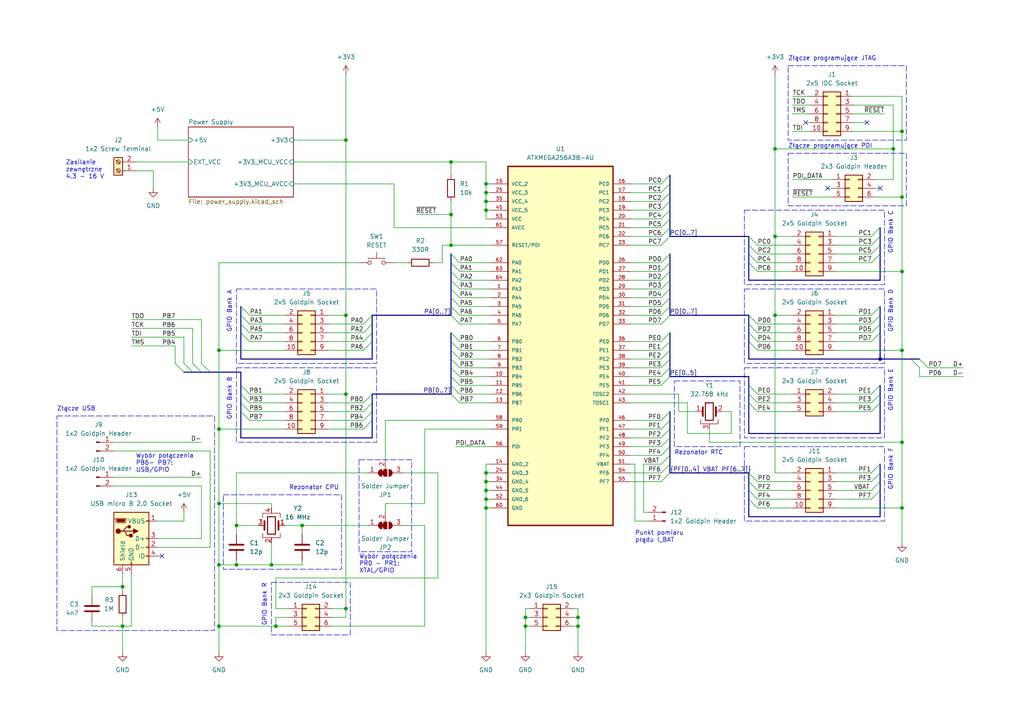
<source format=kicad_sch>
(kicad_sch (version 20230121) (generator eeschema)
  (paper "A4")
  (title_block (title "ATXMEGA256 Miniboard") (date "2025-03-19") (rev "1.0") (company "Koło Naukowe Mikrosystemów ONYKS") (comment 1 "Szymon Bartosik, Mateusz Turycz") (comment 3 "Wszytskie elementy RLC są w obudowach SMD 0603 o ile nie \\n zaznaczono inaczej."))
  (junction (at 167.64 181.61))
  (junction (at 224.79 43.18))
  (junction (at 224.79 91.44))
  (junction (at 140.97 139.7))
  (junction (at 152.4 181.61))
  (junction (at 68.58 152.4))
  (junction (at 78.74 163.83))
  (junction (at 63.5 181.61))
  (junction (at 80.01 181.61))
  (junction (at 261.62 78.74))
  (junction (at 68.58 163.83))
  (junction (at 140.97 53.34))
  (junction (at 259.08 43.18))
  (junction (at 100.33 176.53))
  (junction (at 167.64 179.07))
  (junction (at 63.5 146.05))
  (junction (at 100.33 91.44))
  (junction (at 63.5 101.6))
  (junction (at 140.97 147.32))
  (junction (at 63.5 124.46))
  (junction (at 87.63 152.4))
  (junction (at 130.81 71.12))
  (junction (at 152.4 179.07))
  (junction (at 140.97 144.78))
  (junction (at 100.33 40.64))
  (junction (at 140.97 55.88))
  (junction (at 140.97 60.96))
  (junction (at 140.97 58.42))
  (junction (at 224.79 68.58))
  (junction (at 255.27 104.14))
  (junction (at 261.62 57.15))
  (junction (at 35.56 181.61))
  (junction (at 63.5 163.83))
  (junction (at 35.56 170.18))
  (junction (at 261.62 147.32))
  (junction (at 130.81 46.99))
  (junction (at 140.97 137.16))
  (junction (at 261.62 128.27))
  (junction (at 261.62 101.6))
  (junction (at 261.62 38.1))
  (junction (at 130.81 62.23))
  (junction (at 100.33 114.3))
  (junction (at 140.97 142.24))
  (no_connect (at 46.99 161.29))
  (no_connect (at 233.68 35.56))
  (no_connect (at 251.46 35.56))
  (no_connect (at 255.27 54.61))
  (no_connect (at 240.03 54.61))
  (bus_entry (at 255.27 139.7) (size -2.54 2.54))
  (bus_entry (at 255.27 134.62) (size -2.54 2.54))
  (bus_entry (at 55.88 107.95) (size -2.54 -2.54))
  (bus_entry (at 255.27 111.76) (size -2.54 2.54))
  (bus_entry (at 53.34 107.95) (size -2.54 -2.54))
  (bus_entry (at 194.31 134.62) (size -2.54 2.54))
  (bus_entry (at 217.17 68.58) (size 2.54 2.54))
  (bus_entry (at 69.85 116.84) (size 2.54 2.54))
  (bus_entry (at 107.95 93.98) (size -2.54 2.54))
  (bus_entry (at 217.17 93.98) (size 2.54 2.54))
  (bus_entry (at 130.81 106.68) (size 2.54 2.54))
  (bus_entry (at 194.31 60.96) (size -2.54 2.54))
  (bus_entry (at 194.31 127) (size -2.54 2.54))
  (bus_entry (at 217.17 114.3) (size 2.54 2.54))
  (bus_entry (at 130.81 91.44) (size 2.54 2.54))
  (bus_entry (at 255.27 68.58) (size -2.54 2.54))
  (bus_entry (at 194.31 76.2) (size -2.54 2.54))
  (bus_entry (at 194.31 104.14) (size -2.54 2.54))
  (bus_entry (at 255.27 71.12) (size -2.54 2.54))
  (bus_entry (at 194.31 88.9) (size -2.54 2.54))
  (bus_entry (at 194.31 99.06) (size -2.54 2.54))
  (bus_entry (at 107.95 91.44) (size -2.54 2.54))
  (bus_entry (at 194.31 53.34) (size -2.54 2.54))
  (bus_entry (at 194.31 106.68) (size -2.54 2.54))
  (bus_entry (at 217.17 144.78) (size 2.54 2.54))
  (bus_entry (at 194.31 50.8) (size -2.54 2.54))
  (bus_entry (at 60.96 107.95) (size -2.54 -2.54))
  (bus_entry (at 130.81 101.6) (size 2.54 2.54))
  (bus_entry (at 58.42 107.95) (size -2.54 -2.54))
  (bus_entry (at 130.81 81.28) (size 2.54 2.54))
  (bus_entry (at 194.31 109.22) (size -2.54 2.54))
  (bus_entry (at 194.31 132.08) (size -2.54 2.54))
  (bus_entry (at 194.31 119.38) (size -2.54 2.54))
  (bus_entry (at 194.31 91.44) (size -2.54 2.54))
  (bus_entry (at 69.85 114.3) (size 2.54 2.54))
  (bus_entry (at 217.17 96.52) (size 2.54 2.54))
  (bus_entry (at 69.85 91.44) (size 2.54 2.54))
  (bus_entry (at 217.17 76.2) (size 2.54 2.54))
  (bus_entry (at 217.17 139.7) (size 2.54 2.54))
  (bus_entry (at 130.81 111.76) (size 2.54 2.54))
  (bus_entry (at 217.17 137.16) (size 2.54 2.54))
  (bus_entry (at 69.85 93.98) (size 2.54 2.54))
  (bus_entry (at 194.31 83.82) (size -2.54 2.54))
  (bus_entry (at 130.81 86.36) (size 2.54 2.54))
  (bus_entry (at 69.85 88.9) (size 2.54 2.54))
  (bus_entry (at 194.31 81.28) (size -2.54 2.54))
  (bus_entry (at 255.27 66.04) (size -2.54 2.54))
  (bus_entry (at 107.95 96.52) (size -2.54 2.54))
  (bus_entry (at 217.17 73.66) (size 2.54 2.54))
  (bus_entry (at 69.85 111.76) (size 2.54 2.54))
  (bus_entry (at 194.31 86.36) (size -2.54 2.54))
  (bus_entry (at 217.17 111.76) (size 2.54 2.54))
  (bus_entry (at 69.85 119.38) (size 2.54 2.54))
  (bus_entry (at 255.27 96.52) (size -2.54 2.54))
  (bus_entry (at 130.81 99.06) (size 2.54 2.54))
  (bus_entry (at 107.95 116.84) (size -2.54 2.54))
  (bus_entry (at 217.17 91.44) (size 2.54 2.54))
  (bus_entry (at 255.27 88.9) (size -2.54 2.54))
  (bus_entry (at 266.7 104.14) (size 2.54 2.54))
  (bus_entry (at 194.31 73.66) (size -2.54 2.54))
  (bus_entry (at 194.31 121.92) (size -2.54 2.54))
  (bus_entry (at 130.81 76.2) (size 2.54 2.54))
  (bus_entry (at 130.81 114.3) (size 2.54 2.54))
  (bus_entry (at 255.27 114.3) (size -2.54 2.54))
  (bus_entry (at 217.17 142.24) (size 2.54 2.54))
  (bus_entry (at 194.31 66.04) (size -2.54 2.54))
  (bus_entry (at 107.95 99.06) (size -2.54 2.54))
  (bus_entry (at 255.27 142.24) (size -2.54 2.54))
  (bus_entry (at 194.31 63.5) (size -2.54 2.54))
  (bus_entry (at 194.31 55.88) (size -2.54 2.54))
  (bus_entry (at 264.16 104.14) (size 2.54 2.54))
  (bus_entry (at 194.31 68.58) (size -2.54 2.54))
  (bus_entry (at 255.27 93.98) (size -2.54 2.54))
  (bus_entry (at 130.81 73.66) (size 2.54 2.54))
  (bus_entry (at 217.17 116.84) (size 2.54 2.54))
  (bus_entry (at 130.81 109.22) (size 2.54 2.54))
  (bus_entry (at 130.81 88.9) (size 2.54 2.54))
  (bus_entry (at 69.85 96.52) (size 2.54 2.54))
  (bus_entry (at 194.31 129.54) (size -2.54 2.54))
  (bus_entry (at 194.31 137.16) (size -2.54 2.54))
  (bus_entry (at 194.31 101.6) (size -2.54 2.54))
  (bus_entry (at 130.81 96.52) (size 2.54 2.54))
  (bus_entry (at 255.27 137.16) (size -2.54 2.54))
  (bus_entry (at 255.27 73.66) (size -2.54 2.54))
  (bus_entry (at 107.95 121.92) (size -2.54 2.54))
  (bus_entry (at 217.17 99.06) (size 2.54 2.54))
  (bus_entry (at 194.31 78.74) (size -2.54 2.54))
  (bus_entry (at 194.31 96.52) (size -2.54 2.54))
  (bus_entry (at 255.27 91.44) (size -2.54 2.54))
  (bus_entry (at 130.81 78.74) (size 2.54 2.54))
  (bus_entry (at 255.27 116.84) (size -2.54 2.54))
  (bus_entry (at 217.17 71.12) (size 2.54 2.54))
  (bus_entry (at 107.95 114.3) (size -2.54 2.54))
  (bus_entry (at 194.31 124.46) (size -2.54 2.54))
  (bus_entry (at 194.31 58.42) (size -2.54 2.54))
  (bus_entry (at 130.81 83.82) (size 2.54 2.54))
  (bus_entry (at 130.81 104.14) (size 2.54 2.54))
  (bus_entry (at 107.95 119.38) (size -2.54 2.54))
  (wire (pts (xy 182.88 86.36) (xy 191.77 86.36)))
  (bus (pts (xy 69.85 119.38) (xy 69.85 127)))
  (wire (pts (xy 105.41 93.98) (xy 95.25 93.98)))
  (wire (pts (xy 182.88 53.34) (xy 191.77 53.34)))
  (bus (pts (xy 107.95 116.84) (xy 107.95 114.3)))
  (bus (pts (xy 130.81 83.82) (xy 130.81 86.36)))
  (wire (pts (xy 63.5 101.6) (xy 63.5 124.46)))
  (bus (pts (xy 255.27 93.98) (xy 255.27 96.52)))
  (wire (pts (xy 63.5 124.46) (xy 82.55 124.46)))
  (wire (pts (xy 166.37 176.53) (xy 167.64 176.53)))
  (wire (pts (xy 87.63 152.4) (xy 106.68 152.4)))
  (wire (pts (xy 261.62 57.15) (xy 261.62 78.74)))
  (wire (pts (xy 140.97 142.24) (xy 140.97 139.7)))
  (wire (pts (xy 219.71 142.24) (xy 229.87 142.24)))
  (wire (pts (xy 142.24 134.62) (xy 140.97 134.62)))
  (wire (pts (xy 130.81 50.8) (xy 130.81 46.99)))
  (wire (pts (xy 140.97 53.34) (xy 142.24 53.34)))
  (wire (pts (xy 247.65 35.56) (xy 251.46 35.56)))
  (bus (pts (xy 217.17 73.66) (xy 217.17 71.12)))
  (wire (pts (xy 140.97 55.88) (xy 140.97 53.34)))
  (bus (pts (xy 130.81 104.14) (xy 130.81 106.68)))
  (wire (pts (xy 133.35 116.84) (xy 142.24 116.84)))
  (wire (pts (xy 152.4 176.53) (xy 152.4 179.07)))
  (bus (pts (xy 69.85 88.9) (xy 69.85 91.44)))
  (wire (pts (xy 60.96 130.81) (xy 60.96 158.75)))
  (wire (pts (xy 35.56 170.18) (xy 35.56 171.45)))
  (bus (pts (xy 194.31 121.92) (xy 194.31 124.46)))
  (wire (pts (xy 80.01 181.61) (xy 83.82 181.61)))
  (wire (pts (xy 128.27 76.2) (xy 128.27 71.12)))
  (bus (pts (xy 69.85 127) (xy 107.95 127)))
  (wire (pts (xy 182.88 111.76) (xy 191.77 111.76)))
  (wire (pts (xy 100.33 176.53) (xy 100.33 114.3)))
  (bus (pts (xy 217.17 125.73) (xy 217.17 116.84)))
  (wire (pts (xy 63.5 181.61) (xy 80.01 181.61)))
  (wire (pts (xy 78.74 157.48) (xy 78.74 163.83)))
  (wire (pts (xy 182.88 58.42) (xy 191.77 58.42)))
  (bus (pts (xy 69.85 111.76) (xy 69.85 114.3)))
  (bus (pts (xy 217.17 149.86) (xy 217.17 144.78)))
  (wire (pts (xy 261.62 57.15) (xy 261.62 38.1)))
  (bus (pts (xy 130.81 96.52) (xy 130.81 99.06)))
  (wire (pts (xy 80.01 179.07) (xy 80.01 181.61)))
  (wire (pts (xy 167.64 179.07) (xy 167.64 181.61)))
  (wire (pts (xy 68.58 152.4) (xy 74.93 152.4)))
  (wire (pts (xy 229.87 91.44) (xy 224.79 91.44)))
  (wire (pts (xy 82.55 152.4) (xy 87.63 152.4)))
  (wire (pts (xy 242.57 71.12) (xy 252.73 71.12)))
  (wire (pts (xy 140.97 142.24) (xy 142.24 142.24)))
  (wire (pts (xy 182.88 134.62) (xy 184.15 134.62)))
  (wire (pts (xy 58.42 140.97) (xy 33.02 140.97)))
  (bus (pts (xy 194.31 78.74) (xy 194.31 81.28)))
  (wire (pts (xy 111.76 121.92) (xy 111.76 133.35)))
  (wire (pts (xy 241.3 52.07) (xy 229.87 52.07)))
  (bus (pts (xy 255.27 104.14) (xy 264.16 104.14)))
  (wire (pts (xy 133.35 78.74) (xy 142.24 78.74)))
  (bus (pts (xy 255.27 91.44) (xy 255.27 93.98)))
  (bus (pts (xy 255.27 111.76) (xy 255.27 114.3)))
  (bus (pts (xy 194.31 99.06) (xy 194.31 101.6)))
  (wire (pts (xy 205.74 124.46) (xy 205.74 128.27)))
  (wire (pts (xy 105.41 119.38) (xy 95.25 119.38)))
  (bus (pts (xy 264.16 104.14) (xy 266.7 104.14)))
  (wire (pts (xy 240.03 54.61) (xy 241.3 54.61)))
  (bus (pts (xy 194.31 88.9) (xy 194.31 91.44)))
  (wire (pts (xy 261.62 101.6) (xy 242.57 101.6)))
  (wire (pts (xy 247.65 27.94) (xy 261.62 27.94)))
  (bus (pts (xy 55.88 107.95) (xy 58.42 107.95)))
  (bus (pts (xy 130.81 78.74) (xy 130.81 81.28)))
  (wire (pts (xy 229.87 30.48) (xy 234.95 30.48)))
  (bus (pts (xy 255.27 68.58) (xy 255.27 71.12)))
  (wire (pts (xy 38.1 97.79) (xy 53.34 97.79)))
  (bus (pts (xy 194.31 96.52) (xy 194.31 99.06)))
  (bus (pts (xy 194.31 55.88) (xy 194.31 58.42)))
  (bus (pts (xy 194.31 63.5) (xy 194.31 66.04)))
  (wire (pts (xy 182.88 101.6) (xy 191.77 101.6)))
  (wire (pts (xy 242.57 91.44) (xy 252.73 91.44)))
  (wire (pts (xy 224.79 137.16) (xy 224.79 91.44)))
  (wire (pts (xy 142.24 121.92) (xy 111.76 121.92)))
  (wire (pts (xy 167.64 176.53) (xy 167.64 179.07)))
  (wire (pts (xy 85.09 46.99) (xy 130.81 46.99)))
  (wire (pts (xy 96.52 179.07) (xy 100.33 179.07)))
  (bus (pts (xy 60.96 107.95) (xy 69.85 107.95)))
  (wire (pts (xy 261.62 147.32) (xy 261.62 157.48)))
  (wire (pts (xy 44.45 49.53) (xy 39.37 49.53)))
  (wire (pts (xy 72.39 116.84) (xy 82.55 116.84)))
  (wire (pts (xy 182.88 121.92) (xy 191.77 121.92)))
  (wire (pts (xy 133.35 111.76) (xy 142.24 111.76)))
  (wire (pts (xy 219.71 73.66) (xy 229.87 73.66)))
  (wire (pts (xy 63.5 146.05) (xy 63.5 163.83)))
  (bus (pts (xy 194.31 104.14) (xy 194.31 106.68)))
  (wire (pts (xy 54.61 46.99) (xy 39.37 46.99)))
  (wire (pts (xy 142.24 147.32) (xy 140.97 147.32)))
  (bus (pts (xy 69.85 91.44) (xy 69.85 93.98)))
  (bus (pts (xy 255.27 116.84) (xy 255.27 125.73)))
  (wire (pts (xy 140.97 58.42) (xy 142.24 58.42)))
  (wire (pts (xy 123.19 181.61) (xy 96.52 181.61)))
  (wire (pts (xy 35.56 179.07) (xy 35.56 181.61)))
  (wire (pts (xy 53.34 97.79) (xy 53.34 105.41)))
  (wire (pts (xy 229.87 33.02) (xy 234.95 33.02)))
  (wire (pts (xy 140.97 134.62) (xy 140.97 137.16)))
  (wire (pts (xy 167.64 181.61) (xy 166.37 181.61)))
  (bus (pts (xy 255.27 139.7) (xy 255.27 142.24)))
  (wire (pts (xy 133.35 99.06) (xy 142.24 99.06)))
  (wire (pts (xy 105.41 116.84) (xy 95.25 116.84)))
  (wire (pts (xy 266.7 109.22) (xy 266.7 106.68)))
  (bus (pts (xy 194.31 86.36) (xy 194.31 88.9)))
  (bus (pts (xy 217.17 142.24) (xy 217.17 144.78)))
  (wire (pts (xy 142.24 139.7) (xy 140.97 139.7)))
  (wire (pts (xy 152.4 181.61) (xy 152.4 189.23)))
  (wire (pts (xy 45.72 156.21) (xy 58.42 156.21)))
  (bus (pts (xy 69.85 93.98) (xy 69.85 96.52)))
  (bus (pts (xy 194.31 127) (xy 194.31 129.54)))
  (bus (pts (xy 255.27 81.28) (xy 217.17 81.28)))
  (wire (pts (xy 247.65 33.02) (xy 256.54 33.02)))
  (bus (pts (xy 107.95 91.44) (xy 130.81 91.44)))
  (wire (pts (xy 82.55 93.98) (xy 72.39 93.98)))
  (wire (pts (xy 261.62 78.74) (xy 242.57 78.74)))
  (bus (pts (xy 194.31 60.96) (xy 194.31 63.5)))
  (bus (pts (xy 217.17 137.16) (xy 217.17 139.7)))
  (wire (pts (xy 58.42 92.71) (xy 58.42 105.41)))
  (bus (pts (xy 194.31 50.8) (xy 194.31 53.34)))
  (bus (pts (xy 194.31 134.62) (xy 194.31 137.16)))
  (wire (pts (xy 125.73 76.2) (xy 128.27 76.2)))
  (wire (pts (xy 78.74 146.05) (xy 63.5 146.05)))
  (wire (pts (xy 182.88 129.54) (xy 191.77 129.54)))
  (wire (pts (xy 120.65 62.23) (xy 130.81 62.23)))
  (wire (pts (xy 140.97 139.7) (xy 140.97 137.16)))
  (wire (pts (xy 132.08 129.54) (xy 142.24 129.54)))
  (bus (pts (xy 255.27 134.62) (xy 255.27 137.16)))
  (wire (pts (xy 80.01 176.53) (xy 83.82 176.53)))
  (wire (pts (xy 26.67 180.34) (xy 26.67 181.61)))
  (wire (pts (xy 96.52 176.53) (xy 100.33 176.53)))
  (wire (pts (xy 105.41 96.52) (xy 95.25 96.52)))
  (wire (pts (xy 167.64 181.61) (xy 167.64 189.23)))
  (wire (pts (xy 87.63 154.94) (xy 87.63 152.4)))
  (wire (pts (xy 182.88 124.46) (xy 191.77 124.46)))
  (wire (pts (xy 140.97 55.88) (xy 142.24 55.88)))
  (wire (pts (xy 219.71 78.74) (xy 229.87 78.74)))
  (wire (pts (xy 182.88 88.9) (xy 191.77 88.9)))
  (wire (pts (xy 242.57 116.84) (xy 252.73 116.84)))
  (wire (pts (xy 182.88 71.12) (xy 191.77 71.12)))
  (bus (pts (xy 255.27 149.86) (xy 217.17 149.86)))
  (bus (pts (xy 217.17 109.22) (xy 217.17 111.76)))
  (wire (pts (xy 35.56 166.37) (xy 35.56 170.18)))
  (wire (pts (xy 38.1 92.71) (xy 58.42 92.71)))
  (wire (pts (xy 26.67 170.18) (xy 35.56 170.18)))
  (wire (pts (xy 152.4 181.61) (xy 153.67 181.61)))
  (wire (pts (xy 142.24 66.04) (xy 114.3 66.04)))
  (wire (pts (xy 212.09 125.73) (xy 199.39 125.73)))
  (wire (pts (xy 87.63 162.56) (xy 87.63 163.83)))
  (wire (pts (xy 205.74 128.27) (xy 261.62 128.27)))
  (wire (pts (xy 35.56 181.61) (xy 35.56 189.23)))
  (bus (pts (xy 217.17 139.7) (xy 217.17 142.24)))
  (wire (pts (xy 128.27 71.12) (xy 130.81 71.12)))
  (bus (pts (xy 107.95 99.06) (xy 107.95 96.52)))
  (bus (pts (xy 130.81 101.6) (xy 130.81 104.14)))
  (bus (pts (xy 194.31 76.2) (xy 194.31 78.74)))
  (wire (pts (xy 187.96 148.59) (xy 186.69 148.59)))
  (wire (pts (xy 105.41 124.46) (xy 95.25 124.46)))
  (wire (pts (xy 219.71 93.98) (xy 229.87 93.98)))
  (wire (pts (xy 130.81 71.12) (xy 142.24 71.12)))
  (bus (pts (xy 107.95 96.52) (xy 107.95 93.98)))
  (wire (pts (xy 140.97 46.99) (xy 140.97 53.34)))
  (bus (pts (xy 194.31 83.82) (xy 194.31 86.36)))
  (wire (pts (xy 100.33 21.59) (xy 100.33 40.64)))
  (wire (pts (xy 63.5 101.6) (xy 82.55 101.6)))
  (wire (pts (xy 111.76 146.05) (xy 111.76 148.59)))
  (wire (pts (xy 196.85 119.38) (xy 196.85 114.3)))
  (bus (pts (xy 255.27 73.66) (xy 255.27 81.28)))
  (wire (pts (xy 130.81 62.23) (xy 130.81 71.12)))
  (wire (pts (xy 186.69 134.62) (xy 191.77 134.62)))
  (wire (pts (xy 53.34 148.59) (xy 53.34 151.13)))
  (wire (pts (xy 68.58 163.83) (xy 78.74 163.83)))
  (bus (pts (xy 194.31 106.68) (xy 194.31 109.22)))
  (wire (pts (xy 45.72 161.29) (xy 46.99 161.29)))
  (wire (pts (xy 182.88 137.16) (xy 191.77 137.16)))
  (bus (pts (xy 107.95 121.92) (xy 107.95 119.38)))
  (wire (pts (xy 261.62 57.15) (xy 254 57.15)))
  (bus (pts (xy 69.85 111.76) (xy 69.85 107.95)))
  (wire (pts (xy 242.57 96.52) (xy 252.73 96.52)))
  (bus (pts (xy 194.31 73.66) (xy 194.31 76.2)))
  (wire (pts (xy 127 137.16) (xy 127 167.64)))
  (wire (pts (xy 229.87 27.94) (xy 234.95 27.94)))
  (wire (pts (xy 133.35 109.22) (xy 142.24 109.22)))
  (bus (pts (xy 255.27 88.9) (xy 255.27 91.44)))
  (wire (pts (xy 50.8 100.33) (xy 50.8 105.41)))
  (wire (pts (xy 133.35 86.36) (xy 142.24 86.36)))
  (bus (pts (xy 255.27 142.24) (xy 255.27 149.86)))
  (wire (pts (xy 105.41 101.6) (xy 95.25 101.6)))
  (bus (pts (xy 194.31 81.28) (xy 194.31 83.82)))
  (wire (pts (xy 68.58 137.16) (xy 68.58 152.4)))
  (wire (pts (xy 261.62 27.94) (xy 261.62 38.1)))
  (wire (pts (xy 259.08 43.18) (xy 259.08 30.48)))
  (bus (pts (xy 58.42 107.95) (xy 60.96 107.95)))
  (wire (pts (xy 219.71 139.7) (xy 229.87 139.7)))
  (wire (pts (xy 199.39 125.73) (xy 199.39 116.84)))
  (bus (pts (xy 53.34 107.95) (xy 55.88 107.95)))
  (wire (pts (xy 261.62 78.74) (xy 261.62 101.6)))
  (wire (pts (xy 242.57 114.3) (xy 252.73 114.3)))
  (wire (pts (xy 224.79 68.58) (xy 224.79 91.44)))
  (bus (pts (xy 107.95 93.98) (xy 107.95 91.44)))
  (wire (pts (xy 261.62 147.32) (xy 242.57 147.32)))
  (wire (pts (xy 123.19 152.4) (xy 116.84 152.4)))
  (wire (pts (xy 140.97 60.96) (xy 140.97 58.42)))
  (wire (pts (xy 219.71 76.2) (xy 229.87 76.2)))
  (wire (pts (xy 33.02 138.43) (xy 58.42 138.43)))
  (wire (pts (xy 105.41 121.92) (xy 95.25 121.92)))
  (wire (pts (xy 72.39 119.38) (xy 82.55 119.38)))
  (wire (pts (xy 142.24 63.5) (xy 140.97 63.5)))
  (bus (pts (xy 107.95 114.3) (xy 130.81 114.3)))
  (wire (pts (xy 33.02 128.27) (xy 58.42 128.27)))
  (wire (pts (xy 219.71 116.84) (xy 229.87 116.84)))
  (bus (pts (xy 255.27 104.14) (xy 217.17 104.14)))
  (bus (pts (xy 194.31 53.34) (xy 194.31 55.88)))
  (wire (pts (xy 229.87 137.16) (xy 224.79 137.16)))
  (wire (pts (xy 72.39 114.3) (xy 82.55 114.3)))
  (wire (pts (xy 242.57 68.58) (xy 252.73 68.58)))
  (wire (pts (xy 140.97 147.32) (xy 140.97 189.23)))
  (wire (pts (xy 63.5 163.83) (xy 63.5 181.61)))
  (bus (pts (xy 255.27 71.12) (xy 255.27 73.66)))
  (bus (pts (xy 107.95 104.14) (xy 107.95 99.06)))
  (wire (pts (xy 182.88 68.58) (xy 191.77 68.58)))
  (wire (pts (xy 184.15 151.13) (xy 187.96 151.13)))
  (bus (pts (xy 194.31 137.16) (xy 217.17 137.16)))
  (bus (pts (xy 130.81 86.36) (xy 130.81 88.9)))
  (wire (pts (xy 182.88 127) (xy 191.77 127)))
  (bus (pts (xy 69.85 104.14) (xy 107.95 104.14)))
  (wire (pts (xy 105.41 99.06) (xy 95.25 99.06)))
  (wire (pts (xy 111.76 146.05) (xy 123.19 146.05)))
  (wire (pts (xy 261.62 128.27) (xy 261.62 147.32)))
  (wire (pts (xy 82.55 99.06) (xy 72.39 99.06)))
  (wire (pts (xy 133.35 88.9) (xy 142.24 88.9)))
  (wire (pts (xy 242.57 73.66) (xy 252.73 73.66)))
  (wire (pts (xy 45.72 158.75) (xy 60.96 158.75)))
  (wire (pts (xy 219.71 119.38) (xy 229.87 119.38)))
  (bus (pts (xy 255.27 96.52) (xy 255.27 104.14)))
  (wire (pts (xy 72.39 121.92) (xy 82.55 121.92)))
  (wire (pts (xy 68.58 163.83) (xy 68.58 162.56)))
  (wire (pts (xy 82.55 91.44) (xy 72.39 91.44)))
  (wire (pts (xy 182.88 66.04) (xy 191.77 66.04)))
  (wire (pts (xy 182.88 104.14) (xy 191.77 104.14)))
  (wire (pts (xy 182.88 109.22) (xy 191.77 109.22)))
  (wire (pts (xy 224.79 43.18) (xy 259.08 43.18)))
  (wire (pts (xy 219.71 71.12) (xy 229.87 71.12)))
  (wire (pts (xy 219.71 99.06) (xy 229.87 99.06)))
  (wire (pts (xy 133.35 101.6) (xy 142.24 101.6)))
  (wire (pts (xy 106.68 137.16) (xy 68.58 137.16)))
  (wire (pts (xy 130.81 46.99) (xy 140.97 46.99)))
  (bus (pts (xy 194.31 101.6) (xy 194.31 104.14)))
  (wire (pts (xy 261.62 101.6) (xy 261.62 128.27)))
  (wire (pts (xy 82.55 96.52) (xy 72.39 96.52)))
  (bus (pts (xy 130.81 73.66) (xy 130.81 76.2)))
  (wire (pts (xy 153.67 176.53) (xy 152.4 176.53)))
  (bus (pts (xy 194.31 68.58) (xy 217.17 68.58)))
  (wire (pts (xy 63.5 163.83) (xy 68.58 163.83)))
  (wire (pts (xy 133.35 76.2) (xy 142.24 76.2)))
  (wire (pts (xy 182.88 81.28) (xy 191.77 81.28)))
  (wire (pts (xy 54.61 40.64) (xy 45.72 40.64)))
  (bus (pts (xy 194.31 66.04) (xy 194.31 68.58)))
  (wire (pts (xy 140.97 63.5) (xy 140.97 60.96)))
  (wire (pts (xy 182.88 63.5) (xy 191.77 63.5)))
  (wire (pts (xy 182.88 93.98) (xy 191.77 93.98)))
  (wire (pts (xy 133.35 81.28) (xy 142.24 81.28)))
  (bus (pts (xy 69.85 96.52) (xy 69.85 104.14)))
  (bus (pts (xy 130.81 81.28) (xy 130.81 83.82)))
  (wire (pts (xy 80.01 167.64) (xy 80.01 176.53)))
  (wire (pts (xy 182.88 91.44) (xy 191.77 91.44)))
  (wire (pts (xy 63.5 76.2) (xy 104.14 76.2)))
  (wire (pts (xy 44.45 54.61) (xy 44.45 49.53)))
  (bus (pts (xy 194.31 124.46) (xy 194.31 127)))
  (wire (pts (xy 182.88 83.82) (xy 191.77 83.82)))
  (wire (pts (xy 38.1 100.33) (xy 50.8 100.33)))
  (wire (pts (xy 133.35 93.98) (xy 142.24 93.98)))
  (wire (pts (xy 199.39 116.84) (xy 182.88 116.84)))
  (wire (pts (xy 116.84 137.16) (xy 127 137.16)))
  (bus (pts (xy 217.17 71.12) (xy 217.17 68.58)))
  (wire (pts (xy 95.25 91.44) (xy 100.33 91.44)))
  (wire (pts (xy 123.19 146.05) (xy 123.19 124.46)))
  (wire (pts (xy 133.35 83.82) (xy 142.24 83.82)))
  (wire (pts (xy 219.71 114.3) (xy 229.87 114.3)))
  (wire (pts (xy 63.5 181.61) (xy 63.5 189.23)))
  (wire (pts (xy 140.97 60.96) (xy 142.24 60.96)))
  (wire (pts (xy 247.65 38.1) (xy 261.62 38.1)))
  (wire (pts (xy 45.72 151.13) (xy 53.34 151.13)))
  (wire (pts (xy 114.3 53.34) (xy 85.09 53.34)))
  (wire (pts (xy 63.5 76.2) (xy 63.5 101.6)))
  (bus (pts (xy 69.85 116.84) (xy 69.85 119.38)))
  (wire (pts (xy 254 54.61) (xy 255.27 54.61)))
  (bus (pts (xy 107.95 119.38) (xy 107.95 116.84)))
  (bus (pts (xy 69.85 114.3) (xy 69.85 116.84)))
  (wire (pts (xy 45.72 40.64) (xy 45.72 36.83)))
  (bus (pts (xy 217.17 96.52) (xy 217.17 93.98)))
  (wire (pts (xy 182.88 99.06) (xy 191.77 99.06)))
  (wire (pts (xy 186.69 134.62) (xy 186.69 148.59)))
  (wire (pts (xy 242.57 137.16) (xy 252.73 137.16)))
  (wire (pts (xy 219.71 101.6) (xy 229.87 101.6)))
  (wire (pts (xy 100.33 179.07) (xy 100.33 176.53)))
  (wire (pts (xy 58.42 140.97) (xy 58.42 156.21)))
  (wire (pts (xy 85.09 40.64) (xy 100.33 40.64)))
  (wire (pts (xy 242.57 144.78) (xy 252.73 144.78)))
  (wire (pts (xy 133.35 114.3) (xy 142.24 114.3)))
  (wire (pts (xy 133.35 106.68) (xy 142.24 106.68)))
  (wire (pts (xy 38.1 95.25) (xy 55.88 95.25)))
  (wire (pts (xy 140.97 144.78) (xy 140.97 142.24)))
  (wire (pts (xy 182.88 106.68) (xy 191.77 106.68)))
  (wire (pts (xy 68.58 152.4) (xy 68.58 154.94)))
  (wire (pts (xy 229.87 68.58) (xy 224.79 68.58)))
  (wire (pts (xy 35.56 181.61) (xy 38.1 181.61)))
  (bus (pts (xy 217.17 114.3) (xy 217.17 111.76)))
  (bus (pts (xy 194.31 91.44) (xy 217.17 91.44)))
  (bus (pts (xy 107.95 127) (xy 107.95 121.92)))
  (bus (pts (xy 217.17 114.3) (xy 217.17 116.84)))
  (bus (pts (xy 194.31 58.42) (xy 194.31 60.96)))
  (wire (pts (xy 127 167.64) (xy 80.01 167.64)))
  (bus (pts (xy 255.27 114.3) (xy 255.27 116.84)))
  (wire (pts (xy 140.97 147.32) (xy 140.97 144.78)))
  (wire (pts (xy 33.02 130.81) (xy 60.96 130.81)))
  (wire (pts (xy 78.74 147.32) (xy 78.74 146.05)))
  (wire (pts (xy 182.88 55.88) (xy 191.77 55.88)))
  (wire (pts (xy 95.25 114.3) (xy 100.33 114.3)))
  (wire (pts (xy 123.19 152.4) (xy 123.19 181.61)))
  (wire (pts (xy 242.57 76.2) (xy 252.73 76.2)))
  (wire (pts (xy 182.88 78.74) (xy 191.77 78.74)))
  (bus (pts (xy 255.27 125.73) (xy 217.17 125.73)))
  (wire (pts (xy 254 52.07) (xy 259.08 52.07)))
  (wire (pts (xy 114.3 66.04) (xy 114.3 53.34)))
  (wire (pts (xy 182.88 139.7) (xy 191.77 139.7)))
  (wire (pts (xy 219.71 147.32) (xy 229.87 147.32)))
  (wire (pts (xy 184.15 134.62) (xy 184.15 151.13)))
  (wire (pts (xy 242.57 93.98) (xy 252.73 93.98)))
  (wire (pts (xy 219.71 144.78) (xy 229.87 144.78)))
  (wire (pts (xy 182.88 76.2) (xy 191.77 76.2)))
  (wire (pts (xy 209.55 119.38) (xy 212.09 119.38)))
  (wire (pts (xy 242.57 142.24) (xy 252.73 142.24)))
  (bus (pts (xy 194.31 109.22) (xy 217.17 109.22)))
  (wire (pts (xy 100.33 91.44) (xy 100.33 114.3)))
  (bus (pts (xy 217.17 99.06) (xy 217.17 96.52)))
  (bus (pts (xy 130.81 76.2) (xy 130.81 78.74)))
  (wire (pts (xy 63.5 124.46) (xy 63.5 146.05)))
  (bus (pts (xy 217.17 104.14) (xy 217.17 99.06)))
  (bus (pts (xy 130.81 111.76) (xy 130.81 114.3)))
  (wire (pts (xy 224.79 21.59) (xy 224.79 43.18)))
  (wire (pts (xy 219.71 96.52) (xy 229.87 96.52)))
  (bus (pts (xy 194.31 119.38) (xy 194.31 121.92)))
  (wire (pts (xy 140.97 137.16) (xy 142.24 137.16)))
  (wire (pts (xy 123.19 124.46) (xy 142.24 124.46)))
  (wire (pts (xy 133.35 91.44) (xy 142.24 91.44)))
  (bus (pts (xy 130.81 106.68) (xy 130.81 109.22)))
  (wire (pts (xy 80.01 179.07) (xy 83.82 179.07)))
  (bus (pts (xy 255.27 137.16) (xy 255.27 139.7)))
  (wire (pts (xy 140.97 58.42) (xy 140.97 55.88)))
  (wire (pts (xy 130.81 58.42) (xy 130.81 62.23)))
  (wire (pts (xy 242.57 119.38) (xy 252.73 119.38)))
  (wire (pts (xy 259.08 52.07) (xy 259.08 43.18)))
  (wire (pts (xy 182.88 132.08) (xy 191.77 132.08)))
  (bus (pts (xy 130.81 88.9) (xy 130.81 91.44)))
  (wire (pts (xy 142.24 144.78) (xy 140.97 144.78)))
  (bus (pts (xy 255.27 66.04) (xy 255.27 68.58)))
  (wire (pts (xy 247.65 30.48) (xy 259.08 30.48)))
  (bus (pts (xy 217.17 81.28) (xy 217.17 76.2)))
  (wire (pts (xy 78.74 163.83) (xy 87.63 163.83)))
  (wire (pts (xy 196.85 114.3) (xy 182.88 114.3)))
  (wire (pts (xy 229.87 57.15) (xy 241.3 57.15)))
  (bus (pts (xy 194.31 129.54) (xy 194.31 132.08)))
  (bus (pts (xy 217.17 93.98) (xy 217.17 91.44)))
  (wire (pts (xy 26.67 181.61) (xy 35.56 181.61)))
  (wire (pts (xy 152.4 179.07) (xy 152.4 181.61)))
  (wire (pts (xy 100.33 40.64) (xy 100.33 91.44)))
  (wire (pts (xy 38.1 181.61) (xy 38.1 166.37)))
  (wire (pts (xy 212.09 119.38) (xy 212.09 125.73)))
  (wire (pts (xy 26.67 172.72) (xy 26.67 170.18)))
  (wire (pts (xy 224.79 43.18) (xy 224.79 68.58)))
  (wire (pts (xy 55.88 95.25) (xy 55.88 105.41)))
  (wire (pts (xy 269.24 106.68) (xy 279.4 106.68)))
  (wire (pts (xy 266.7 109.22) (xy 279.4 109.22)))
  (wire (pts (xy 233.68 35.56) (xy 234.95 35.56)))
  (wire (pts (xy 196.85 119.38) (xy 201.93 119.38)))
  (wire (pts (xy 229.87 38.1) (xy 234.95 38.1)))
  (wire (pts (xy 133.35 104.14) (xy 142.24 104.14)))
  (wire (pts (xy 114.3 76.2) (xy 118.11 76.2)))
  (wire (pts (xy 152.4 179.07) (xy 153.67 179.07)))
  (bus (pts (xy 194.31 132.08) (xy 194.31 134.62)))
  (wire (pts (xy 166.37 179.07) (xy 167.64 179.07)))
  (bus (pts (xy 217.17 76.2) (xy 217.17 73.66)))
  (bus (pts (xy 130.81 109.22) (xy 130.81 111.76)))
  (wire (pts (xy 242.57 99.06) (xy 252.73 99.06)))
  (wire (pts (xy 242.57 139.7) (xy 252.73 139.7)))
  (wire (pts (xy 182.88 60.96) (xy 191.77 60.96)))
  (bus (pts (xy 130.81 99.06) (xy 130.81 101.6)))
  (rectangle (start 228.6 44.45) (end 262.89 59.69) (stroke (width 0) (type dash)))
  (rectangle (start 104.14 133.35) (end 119.38 160.02) (stroke (width 0) (type dash)))
  (rectangle (start 16.51 120.65) (end 62.23 182.88) (stroke (width 0) (type dash)))
  (rectangle (start 78.74 168.91) (end 101.6 184.15) (stroke (width 0) (type dash)))
  (rectangle (start 64.77 143.51) (end 99.06 165.1) (stroke (width 0) (type dash)))
  (rectangle (start 215.9 83.82) (end 256.54 105.41) (stroke (width 0) (type dash)))
  (rectangle (start 215.9 60.96) (end 256.54 82.55) (stroke (width 0) (type dash)))
  (rectangle (start 228.6 19.05) (end 262.89 40.64) (stroke (width 0) (type dash)))
  (rectangle (start 68.58 83.82) (end 109.22 105.41) (stroke (width 0) (type dash)))
  (rectangle (start 215.9 106.68) (end 256.54 127) (stroke (width 0) (type dash)))
  (rectangle (start 215.9 129.54) (end 256.54 151.13) (stroke (width 0) (type dash)))
  (rectangle (start 68.58 106.68) (end 109.22 128.27) (stroke (width 0) (type dash)))
  (rectangle (start 195.58 110.49) (end 214.63 129.54) (stroke (width 0) (type dash)))
  (text "Złącze USB" (at 16.51 119.38 0) (effects (font (size 1.27 1.27)) (justify left bottom)))
  (text "Złącze programujące PDI" (at 228.6 43.18 0) (effects (font (size 1.27 1.27)) (justify left bottom)))
  (text "GPIO Bank B" (at 67.31 121.92 90) (effects (font (size 1.27 1.27)) (justify left bottom)))
  (text "Złącze programujące JTAG" (at 228.6 17.78 0) (effects (font (size 1.27 1.27)) (justify left bottom)))
  (text "GPIO Bank F" (at 259.08 142.24 90) (effects (font (size 1.27 1.27)) (justify left bottom)))
  (text "Wybór połączenia\nPB6- PB7:\nUSB/GPIO" (at 39.37 137.16 0) (effects (font (size 1.27 1.27)) (justify left bottom)))
  (text "Punkt pomiaru \nprądu I_BAT" (at 184.15 157.48 0) (effects (font (size 1.27 1.27)) (justify left bottom)))
  (text "Wybór połączenia\nPR0 - PR1: \nXTAL/GPIO" (at 104.14 166.37 0) (effects (font (size 1.27 1.27)) (justify left bottom)))
  (text "GPIO Bank C" (at 259.08 73.66 90) (effects (font (size 1.27 1.27)) (justify left bottom)))
  (text "GPIO Bank R" (at 77.47 181.61 90) (effects (font (size 1.27 1.27)) (justify left bottom)))
  (text "GPIO Bank A" (at 67.31 96.52 90) (effects (font (size 1.27 1.27)) (justify left bottom)))
  (text "GPIO Bank D" (at 259.08 96.52 90) (effects (font (size 1.27 1.27)) (justify left bottom)))
  (text "Zasilanie\nzewnętrzne\n4.3 - 16 V" (at 19.05 52.07 0) (effects (font (size 1.27 1.27)) (justify left bottom)))
  (text "Rezonator RTC" (at 195.58 132.08 0) (effects (font (size 1.27 1.27)) (justify left bottom)))
  (text "GPIO Bank E" (at 259.08 119.38 90) (effects (font (size 1.27 1.27)) (justify left bottom)))
  (text "Rezonator CPU" (at 83.82 142.24 0) (effects (font (size 1.27 1.27)) (justify left bottom)))
  (label "PA6" (at 105.41 101.6 180))
  (label "PD7" (at 187.96 93.98 0))
  (label "VBAT" (at 247.65 142.24 0))
  (label "PE0" (at 187.96 99.06 0))
  (label "TCK" (at 38.1 95.25 0))
  (label "PC1" (at 187.96 55.88 0))
  (label "PB5" (at 133.35 111.76 0))
  (label "TMS" (at 38.1 100.33 0))
  (label "PA5" (at 133.35 88.9 0))
  (label "PF1" (at 187.96 124.46 0))
  (label "PA4" (at 133.35 86.36 0))
  (label "PF4" (at 187.96 132.08 0))
  (label "PE[0..5]" (at 194.31 109.22 0))
  (label "PB5" (at 46.99 97.79 0))
  (label "PE2" (at 187.96 104.14 0))
  (label "PD5" (at 248.92 96.52 0))
  (label "PA5" (at 76.2 96.52 180))
  (label "PD7" (at 248.92 99.06 0))
  (label "PF3" (at 187.96 129.54 0))
  (label "PF3" (at 248.92 139.7 0))
  (label "PA7" (at 133.35 93.98 0))
  (label "TDI" (at 229.87 38.1 0))
  (label "PA6" (at 133.35 91.44 0))
  (label "PA1" (at 76.2 91.44 180))
  (label "PC[0..7]" (at 194.31 68.58 0))
  (label "PC2" (at 187.96 58.42 0))
  (label "PD1" (at 248.92 91.44 0))
  (label "PC5" (at 187.96 66.04 0))
  (label "PD6" (at 187.96 91.44 0))
  (label "PDI_DATA" (at 132.08 129.54 0))
  (label "PF1" (at 248.92 137.16 0))
  (label "PD4" (at 187.96 86.36 0))
  (label "PB0" (at 133.35 99.06 0))
  (label "~{RESET}" (at 120.65 62.23 0))
  (label "PA2" (at 133.35 81.28 0))
  (label "PB7" (at 133.35 116.84 0))
  (label "PD[0..7]" (at 194.31 91.44 0))
  (label "PC6" (at 219.71 78.74 0))
  (label "PC3" (at 248.92 71.12 0))
  (label "PB1" (at 133.35 101.6 0))
  (label "PB7" (at 46.99 92.71 0))
  (label "PC7" (at 187.96 71.12 0))
  (label "PA0" (at 105.41 93.98 180))
  (label "PD5" (at 187.96 88.9 0))
  (label "PB6" (at 46.99 95.25 0))
  (label "PB2" (at 133.35 104.14 0))
  (label "PE4" (at 223.52 119.38 180))
  (label "PB4" (at 133.35 109.22 0))
  (label "PD7" (at 269.24 106.68 0))
  (label "PE0" (at 223.52 114.3 180))
  (label "D-" (at 58.42 128.27 180))
  (label "TCK" (at 229.87 27.94 0))
  (label "TDO" (at 229.87 30.48 0))
  (label "PB2" (at 105.41 119.38 180))
  (label "PE1" (at 187.96 101.6 0))
  (label "PF0" (at 219.71 139.7 0))
  (label "PC0" (at 187.96 53.34 0))
  (label "PB6" (at 133.35 114.3 0))
  (label "PD2" (at 219.71 96.52 0))
  (label "D+" (at 58.42 138.43 180))
  (label "PD0" (at 219.71 93.98 0))
  (label "PE1" (at 248.92 114.3 0))
  (label "PC4" (at 187.96 63.5 0))
  (label "D-" (at 279.4 109.22 180))
  (label "PF6" (at 187.96 137.16 0))
  (label "PE2" (at 223.52 116.84 180))
  (label "PE5" (at 248.92 119.38 0))
  (label "PC0" (at 219.71 71.12 0))
  (label "PF0" (at 187.96 121.92 0))
  (label "D+" (at 279.4 106.68 180))
  (label "PD4" (at 219.71 99.06 0))
  (label "PA7" (at 76.2 99.06 180))
  (label "VBAT" (at 186.69 134.62 0))
  (label "PF6" (at 219.71 147.32 0))
  (label "PE5" (at 187.96 111.76 0))
  (label "PC7" (at 248.92 76.2 0))
  (label "PB7" (at 76.2 121.92 180))
  (label "PD6" (at 269.24 109.22 0))
  (label "PC4" (at 219.71 76.2 0))
  (label "TDO" (at 38.1 92.71 0))
  (label "PA0" (at 133.35 76.2 0))
  (label "PB3" (at 76.2 116.84 180))
  (label "PB4" (at 46.99 100.33 0))
  (label "TMS" (at 229.87 33.02 0))
  (label "PB0" (at 105.41 116.84 180))
  (label "PA3" (at 133.35 83.82 0))
  (label "PF7" (at 187.96 139.7 0))
  (label "PA3" (at 76.2 93.98 180))
  (label "PF4" (at 219.71 144.78 0))
  (label "PF2" (at 219.71 142.24 0))
  (label "PC3" (at 187.96 60.96 0))
  (label "PC1" (at 248.92 68.58 0))
  (label "TDI" (at 38.1 97.79 0))
  (label "PC5" (at 248.92 73.66 0))
  (label "PD0" (at 187.96 76.2 0))
  (label "PB4" (at 105.41 121.92 180))
  (label "PD3" (at 187.96 83.82 0))
  (label "PE3" (at 187.96 106.68 0))
  (label "PC6" (at 187.96 68.58 0))
  (label "PB3" (at 133.35 106.68 0))
  (label "PB6" (at 105.41 124.46 180))
  (label "PF7" (at 248.92 144.78 0))
  (label "PB1" (at 76.2 114.3 180))
  (label "PD6" (at 219.71 101.6 0))
  (label "PB[0..7]" (at 130.81 114.3 180))
  (label "~{RESET}" (at 256.54 33.02 180))
  (label "PE3" (at 248.92 116.84 0))
  (label "PD1" (at 187.96 78.74 0))
  (label "PC2" (at 219.71 73.66 0))
  (label "PA1" (at 133.35 78.74 0))
  (label "PE4" (at 187.96 109.22 0))
  (label "PB5" (at 76.2 119.38 180))
  (label "PD2" (at 187.96 81.28 0))
  (label "~{RESET}" (at 229.87 57.15 0))
  (label "PA2" (at 105.41 96.52 180))
  (label "PF2" (at 187.96 127 0))
  (label "PD3" (at 248.92 93.98 0))
  (label "PA4" (at 105.41 99.06 180))
  (label "{PF[0..4] VBAT PF[6..7]}" (at 194.31 137.16 0))
  (label "PDI_DATA" (at 229.87 52.07 0))
  (label "PA[0..7]" (at 130.81 91.44 180))
  (symbol (lib_id "Connector_Generic:Conn_02x03_Odd_Even") (at 88.9 179.07 0) (unit 1)
    (property "Reference" "J14" (at 90.17 170.18 0))
    (property "Value" "2x3 Goldpin Socket" (at 90.17 172.72 0))
    (property "Footprint" "Connector_PinSocket_2.54mm:PinSocket_2x03_P2.54mm_Vertical_SMD" (effects hide))
    (property "Part Number" "ZL264-6DG" (effects hide))
    (property "Manufacturer" "NINIGI" (effects hide))
  )
  (symbol (lib_id "Device:R") (at 130.81 54.61 0) (unit 1)
    (property "Reference" "R1" (at 133.35 53.34 0) (effects (justify left)))
    (property "Value" "10k" (at 133.35 55.88 0) (effects (justify left)))
    (property "Footprint" "Resistor_SMD:R_0603_1608Metric_Pad0.98x0.95mm_HandSolder" (effects hide))
    (property "Part Number" "0603SAJ0103T5E" (effects hide))
    (property "Manufacturer" "ROYAL OHM" (effects hide))
    (property "Package" "0603" (effects hide))
  )
  (symbol (lib_id "Connector_Generic:Conn_02x05_Odd_Even") (at 237.49 96.52 0) (mirror y) (unit 1)
    (property "Reference" "J6" (at 236.22 85.09 0))
    (property "Value" "2x5 Goldpin Socket" (at 236.22 87.63 0))
    (property "Footprint" "Connector_PinSocket_2.54mm:PinSocket_2x05_P2.54mm_Vertical_SMD" (effects hide))
    (property "Part Number" "ZL264-10DG" (effects hide))
    (property "Manufacturer" "NINIGI" (effects hide))
  )
  (symbol (lib_id "Connector_Generic:Conn_02x03_Odd_Even") (at 234.95 116.84 0) (unit 1)
    (property "Reference" "J7" (at 236.22 107.95 0))
    (property "Value" "2x3 Goldpin Socket" (at 236.22 110.49 0))
    (property "Footprint" "Connector_PinSocket_2.54mm:PinSocket_2x03_P2.54mm_Vertical_SMD" (effects hide))
    (property "Part Number" "ZL264-6DG" (effects hide))
    (property "Manufacturer" "NINIGI" (effects hide))
  )
  (symbol (lib_id "Connector:Conn_01x02_Pin") (at 27.94 138.43 0) (unit 1)
    (property "Reference" "J10" (at 28.575 133.35 0))
    (property "Value" "1x2 Goldpin Header" (at 28.575 135.89 0))
    (property "Footprint" "Connector_PinHeader_2.54mm:PinHeader_1x02_P2.54mm_Vertical" (effects hide))
    (property "Part Number" "DS1021-1X2SF162-B" (effects hide))
    (property "Manufacturer" "CONNFLY" (effects hide))
  )
  (symbol (lib_id "Connector:Conn_01x02_Pin") (at 27.94 128.27 0) (unit 1)
    (property "Reference" "J9" (at 28.575 123.19 0))
    (property "Value" "1x2 Goldpin Header" (at 28.575 125.73 0))
    (property "Footprint" "Connector_PinHeader_2.54mm:PinHeader_1x02_P2.54mm_Vertical" (effects hide))
    (property "Part Number" "DS1021-1X2SF162-B" (effects hide))
    (property "Manufacturer" "CONNFLY" (effects hide))
  )
  (symbol (lib_id "Device:C") (at 26.67 176.53 0) (mirror x) (unit 1)
    (property "Reference" "C3" (at 22.86 175.26 0) (effects (justify right)))
    (property "Value" "4n7" (at 22.86 177.8 0) (effects (justify right)))
    (property "Footprint" "Capacitor_SMD:C_0603_1608Metric_Pad1.08x0.95mm_HandSolder" (effects hide))
    (property "Part Number" "C0603C472K3RACTU" (effects hide))
    (property "Manufacturer" "KEMET" (effects hide))
    (property "Package" "0603" (effects hide))
  )
  (symbol (lib_id "Device:Crystal_GND2") (at 205.74 119.38 0) (unit 1)
    (property "Reference" "Y1" (at 205.74 111.76 0))
    (property "Value" "32.768 kHz" (at 205.74 114.3 0))
    (property "Footprint" "Crystal:Crystal_DS26_D2.0mm_L6.0mm_Horizontal_1EP_style1" (effects hide))
    (property "Part Number" "LFXTAL014219" (effects hide))
    (property "Manufacturer" "IQD FREQUENCY PRODUCTS" (effects hide))
    (property "Package" "THT_D2.0mm_L6.0mm" (effects hide))
  )
  (symbol (lib_id "Jumper:SolderJumper_3_Bridged12") (at 111.76 137.16 0) (mirror x) (unit 1) (in_bom no)
    (property "Reference" "JP1" (at 111.76 143.51 0))
    (property "Value" "Solder Jumper" (at 111.76 140.97 0))
    (property "Footprint" "Jumper:SolderJumper-3_P1.3mm_Bridged12_Pad1.0x1.5mm_NumberLabels" (effects hide))
  )
  (symbol (lib_id "Connector:Screw_Terminal_01x02") (at 34.29 49.53 180) (unit 1)
    (property "Reference" "J2" (at 34.29 40.64 0))
    (property "Value" "1x2 Screw Terminal" (at 34.29 43.18 0))
    (property "Footprint" "TerminalBlock_4Ucon:TerminalBlock_4Ucon_1x02_P3.50mm_Horizontal" (effects hide))
    (property "Part Number" "DG381-3.5-02P-13-00AH" (effects hide))
    (property "Manufacturer" "DEGSON ELECTRONICS" (effects hide))
  )
  (symbol (lib_id "power:GND") (at 44.45 54.61 0) (unit 1)
    (property "Reference" "#PWR04" (effects hide))
    (property "Value" "GND" (at 44.45 59.69 0))
  )
  (symbol (lib_id "power:+3V3") (at 224.79 21.59 0) (unit 1)
    (property "Reference" "#PWR02" (effects hide))
    (property "Value" "+3V3" (at 224.79 16.51 0))
  )
  (symbol (lib_id "power:GND") (at 152.4 189.23 0) (unit 1)
    (property "Reference" "#PWR010" (effects hide))
    (property "Value" "GND" (at 152.4 194.31 0))
  )
  (symbol (lib_id "Connector_Generic:Conn_02x05_Odd_Even") (at 237.49 142.24 0) (mirror y) (unit 1)
    (property "Reference" "J11" (at 236.22 130.81 0))
    (property "Value" "2x5 Goldpin Socket" (at 236.22 133.35 0))
    (property "Footprint" "Connector_PinSocket_2.54mm:PinSocket_2x05_P2.54mm_Vertical_SMD" (effects hide))
    (property "Part Number" "ZL264-10DG" (effects hide))
    (property "Manufacturer" "NINIGI" (effects hide))
  )
  (symbol (lib_id "power:+5V") (at 45.72 36.83 0) (unit 1)
    (property "Reference" "#PWR03" (effects hide))
    (property "Value" "+5V" (at 45.72 31.75 0))
  )
  (symbol (lib_id "Device:R") (at 121.92 76.2 90) (unit 1)
    (property "Reference" "R2" (at 121.92 69.85 90))
    (property "Value" "330R" (at 121.92 72.39 90))
    (property "Footprint" "Resistor_SMD:R_0603_1608Metric_Pad0.98x0.95mm_HandSolder" (effects hide))
    (property "Part Number" "0603SAJ0331T5E" (effects hide))
    (property "Manufacturer" "ROYAL OHM" (effects hide))
    (property "Package" "0603" (effects hide))
  )
  (symbol (lib_id "Connector_Generic:Conn_02x03_Odd_Even") (at 246.38 54.61 0) (unit 1)
    (property "Reference" "J3" (at 247.65 45.72 0))
    (property "Value" "2x3 Goldpin Header" (at 247.65 48.26 0))
    (property "Footprint" "Connector_PinHeader_2.54mm:PinHeader_2x03_P2.54mm_Vertical_SMD" (effects hide))
    (property "Part Number" "DS1021-2*3SF11-B" (effects hide))
    (property "Manufacturer" "CONNFLY" (effects hide))
  )
  (symbol (lib_id "Device:C") (at 87.63 158.75 180) (unit 1)
    (property "Reference" "C2" (at 91.44 157.48 0) (effects (justify right)))
    (property "Value" "12p" (at 91.44 160.02 0) (effects (justify right)))
    (property "Footprint" "Capacitor_SMD:C_0603_1608Metric_Pad1.08x0.95mm_HandSolder" (effects hide))
    (property "Package" "0603" (effects hide))
    (property "Manufacturer" "KEMET" (effects hide))
    (property "Part Number" "C0603C120J5GAC" (effects hide))
  )
  (symbol (lib_id "Device:R") (at 35.56 175.26 0) (mirror y) (unit 1)
    (property "Reference" "R3" (at 33.02 173.99 0) (effects (justify left)))
    (property "Value" "1M" (at 33.02 176.53 0) (effects (justify left)))
    (property "Footprint" "Resistor_SMD:R_0603_1608Metric_Pad0.98x0.95mm_HandSolder" (effects hide))
    (property "Part Number" "0603SAJ0105T5E" (effects hide))
    (property "Manufacturer" "ROYAL OHM" (effects hide))
    (property "Package" "0603" (effects hide))
  )
  (symbol (lib_id "Connector_Generic:Conn_02x05_Odd_Even") (at 90.17 119.38 0) (mirror y) (unit 1)
    (property "Reference" "J8" (at 88.9 107.95 0))
    (property "Value" "2x5 Goldpin Socket" (at 88.9 110.49 0))
    (property "Footprint" "Connector_PinSocket_2.54mm:PinSocket_2x05_P2.54mm_Vertical_SMD" (effects hide))
    (property "Part Number" "ZL264-10DG" (effects hide))
    (property "Manufacturer" "NINIGI" (effects hide))
  )
  (symbol (lib_id "Device:C") (at 68.58 158.75 180) (unit 1)
    (property "Reference" "C1" (at 72.39 157.48 0) (effects (justify right)))
    (property "Value" "12p" (at 72.39 160.02 0) (effects (justify right)))
    (property "Footprint" "Capacitor_SMD:C_0603_1608Metric_Pad1.08x0.95mm_HandSolder" (effects hide))
    (property "Part Number" "C0603C120J5GAC" (effects hide))
    (property "Manufacturer" "KEMET" (effects hide))
    (property "Package" "0603" (effects hide))
  )
  (symbol (lib_id "power:+5V") (at 53.34 148.59 0) (unit 1)
    (property "Reference" "#PWR05" (effects hide))
    (property "Value" "+5V" (at 53.34 143.51 0))
  )
  (symbol (lib_id "Connector_Generic:Conn_02x05_Odd_Even") (at 242.57 33.02 0) (mirror y) (unit 1)
    (property "Reference" "J1" (at 241.3 21.59 0))
    (property "Value" "2x5 IDC Socket" (at 241.3 24.13 0))
    (property "Footprint" "Connector_IDC:IDC-Header_2x05_P2.54mm_Vertical" (effects hide))
    (property "Part Number" "DS1013-10SSIB1-B-0" (effects hide))
    (property "Manufacturer" "CONNFLY" (effects hide))
  )
  (symbol (lib_id "Connector:USB_B_Micro") (at 38.1 156.21 0) (unit 1)
    (property "Reference" "J13" (at 38.1 143.51 0))
    (property "Value" "USB micro B 2.0 Socket" (at 38.1 146.05 0))
    (property "Footprint" "Connector_USB:USB_Micro-B_Amphenol_10118193-0001LF_Horizontal" (effects hide))
    (property "Part Number" "101181930001LF" (effects hide))
    (property "Manufacturer" "Amphenol" (effects hide))
  )
  (symbol (lib_id "power:+3V3") (at 100.33 21.59 0) (unit 1)
    (property "Reference" "#PWR01" (effects hide))
    (property "Value" "+3V3" (at 100.33 16.51 0))
  )
  (symbol (lib_id "power:GND") (at 261.62 157.48 0) (unit 1)
    (property "Reference" "#PWR06" (effects hide))
    (property "Value" "GND" (at 261.62 162.56 0))
  )
  (symbol (lib_id "power:GND") (at 140.97 189.23 0) (unit 1)
    (property "Reference" "#PWR09" (effects hide))
    (property "Value" "GND" (at 140.97 194.31 0))
  )
  (symbol (lib_id "Jumper:SolderJumper_3_Bridged12") (at 111.76 152.4 0) (mirror x) (unit 1) (in_bom no)
    (property "Reference" "JP2" (at 111.76 158.75 0))
    (property "Value" "Solder Jumper" (at 111.76 156.21 0))
    (property "Footprint" "Jumper:SolderJumper-3_P1.3mm_Bridged12_Pad1.0x1.5mm_NumberLabels" (effects hide))
  )
  (symbol (lib_id "ATXMEGA256A3B-AU:ATXMEGA256A3B-AU") (at 162.56 96.52 0) (unit 1)
    (property "Reference" "U1" (at 162.56 43.18 0))
    (property "Value" "ATXMEGA256A3B-AU" (at 162.56 45.72 0))
    (property "Footprint" "ATXMega256A3B-AU:QFP80P1600X1600X120-64N" (effects hide))
    (property "Manufacturer" "Microchip" (effects hide))
    (property "Package" "TQFP-64" (effects hide))
    (property "Part Number" "ATXMEGA256A3B-AU" (effects hide))
  )
  (symbol (lib_id "Connector_Generic:Conn_02x05_Odd_Even") (at 237.49 73.66 0) (mirror y) (unit 1)
    (property "Reference" "J4" (at 236.22 62.23 0))
    (property "Value" "2x5 Goldpin Socket" (at 236.22 64.77 0))
    (property "Footprint" "Connector_PinSocket_2.54mm:PinSocket_2x05_P2.54mm_Vertical_SMD" (effects hide))
    (property "Part Number" "ZL264-10DG" (effects hide))
    (property "Manufacturer" "NINIGI" (effects hide))
  )
  (symbol (lib_id "Switch:SW_Push") (at 109.22 76.2 0) (unit 1)
    (property "Reference" "SW1" (at 109.22 68.58 0))
    (property "Value" "RESET" (at 109.22 71.12 0))
    (property "Footprint" "Button_Switch_SMD:SW_SPST_Omron_B3FS-100xP" (effects hide))
    (property "Part Number" "TSS62N" (effects hide))
    (property "Manufacturer" "KNITTER-SWITCH" (effects hide))
  )
  (symbol (lib_id "power:GND") (at 63.5 189.23 0) (unit 1)
    (property "Reference" "#PWR08" (effects hide))
    (property "Value" "GND" (at 63.5 194.31 0))
  )
  (symbol (lib_id "power:GND") (at 167.64 189.23 0) (unit 1)
    (property "Reference" "#PWR011" (effects hide))
    (property "Value" "GND" (at 167.64 194.31 0))
  )
  (symbol (lib_id "Device:Crystal_GND24") (at 78.74 152.4 180) (unit 1)
    (property "Reference" "Y2" (at 86.36 147.4469 0))
    (property "Value" "16 MHz" (at 86.36 149.9869 0))
    (property "Footprint" "Crystal:Crystal_SMD_3225-4Pin_3.2x2.5mm" (effects hide))
    (property "Part Number" "LFXTAL053426" (effects hide))
    (property "Manufacturer" "IQD FREQUENCY PRODUCTS" (effects hide))
    (property "Package" "SMD_4Pin_3.2x2.5mm" (effects hide))
  )
  (symbol (lib_id "Connector_Generic:Conn_02x05_Odd_Even") (at 90.17 96.52 0) (mirror y) (unit 1)
    (property "Reference" "J5" (at 88.9 85.09 0))
    (property "Value" "2x5 Goldpin Socket" (at 88.9 87.63 0))
    (property "Footprint" "Connector_PinSocket_2.54mm:PinSocket_2x05_P2.54mm_Vertical_SMD" (effects hide))
    (property "Part Number" "ZL264-10DG" (effects hide))
    (property "Manufacturer" "NINIGI" (effects hide))
  )
  (symbol (lib_id "Connector:Conn_01x02_Pin") (at 193.04 151.13 180) (unit 1)
    (property "Reference" "J12" (at 194.31 148.59 0) (effects (justify right)))
    (property "Value" "1x2 Goldpin Header" (at 194.31 151.13 0) (effects (justify right)))
    (property "Footprint" "Connector_PinHeader_2.54mm:PinHeader_1x02_P2.54mm_Vertical" (effects hide))
    (property "Part Number" "DS1021-1X2SF162-B" (effects hide))
    (property "Manufacturer" "CONNFLY" (effects hide))
  )
  (symbol (lib_id "Connector_Generic:Conn_02x03_Odd_Even") (at 158.75 179.07 0) (unit 1)
    (property "Reference" "J15" (at 160.02 170.18 0))
    (property "Value" "2x3 Goldpin Socket" (at 160.02 172.72 0))
    (property "Footprint" "Connector_PinSocket_2.54mm:PinSocket_2x03_P2.54mm_Vertical_SMD" (effects hide))
    (property "Part Number" "ZL264-6DG" (effects hide))
    (property "Manufacturer" "NINIGI" (effects hide))
  )
  (symbol (lib_id "power:GND") (at 35.56 189.23 0) (unit 1)
    (property "Reference" "#PWR07" (effects hide))
    (property "Value" "GND" (at 35.56 194.31 0))
  )
  (sheet (at 54.61 36.83) (size 30.48 20.32) (stroke (width 0.1524))
    (property "Sheetname" "Power Supply" (at 54.61 36.1184 0) (effects (justify left bottom)))
    (property "Sheetfile" "power_supply.kicad_sch" (at 54.61 57.7346 0) (effects (justify left top)))
    (pin "+5V" input (at 54.61 40.64 180))
    (pin "+3V3" input (at 85.09 40.64 0))
    (pin "EXT_VCC" input (at 54.61 46.99 180))
    (pin "+3V3_MCU_VCC" input (at 85.09 46.99 0))
    (pin "+3V3_MCU_AVCC" input (at 85.09 53.34 0))
  )
)
</source>
